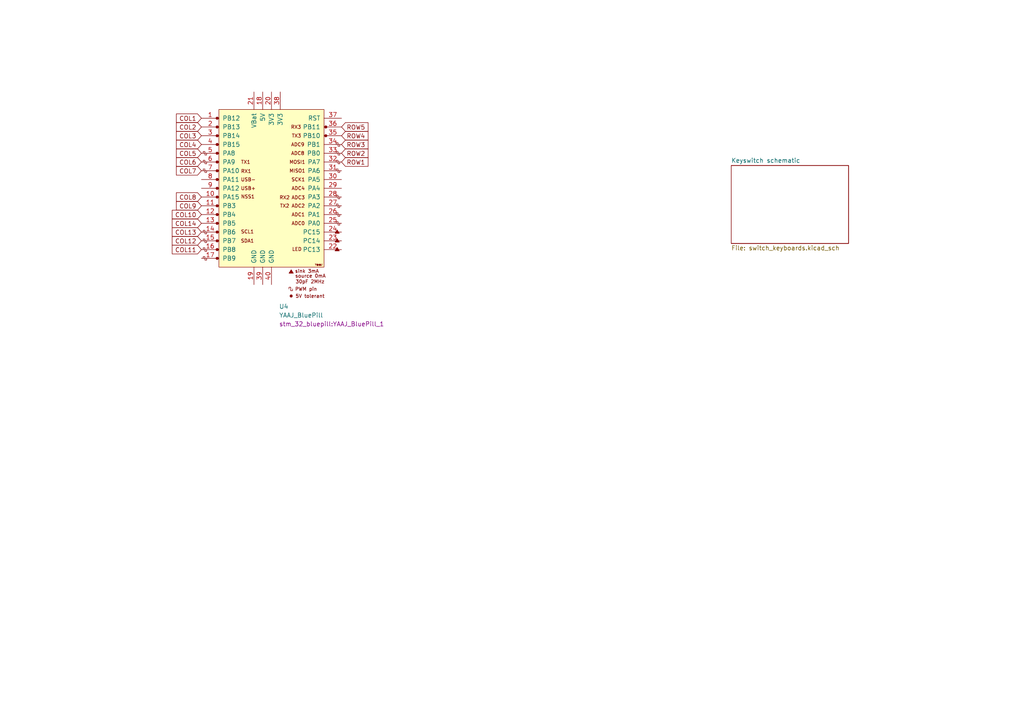
<source format=kicad_sch>
(kicad_sch
	(version 20250114)
	(generator "eeschema")
	(generator_version "9.0")
	(uuid "df62b542-eead-465f-8e64-e54a8ec7732a")
	(paper "A4")
	(lib_symbols
		(symbol "stm_32_bluepill:YAAJ_BluePill"
			(pin_names
				(offset 1.016)
			)
			(exclude_from_sim no)
			(in_bom yes)
			(on_board yes)
			(property "Reference" "U"
				(at -13.97 24.13 0)
				(effects
					(font
						(size 1.27 1.27)
					)
				)
			)
			(property "Value" "YAAJ_BluePill"
				(at 0 6.35 90)
				(effects
					(font
						(size 1.27 1.27)
					)
				)
			)
			(property "Footprint" "stm_32_bluepill:YAAJ_BluePill_1"
				(at -0.762 -39.624 0)
				(effects
					(font
						(size 1.27 1.27)
					)
				)
			)
			(property "Datasheet" ""
				(at -1.905 24.13 90)
				(effects
					(font
						(size 1.27 1.27)
					)
					(hide yes)
				)
			)
			(property "Description" "STM32 Blue Pill ; KLC compliant"
				(at 0 0 0)
				(effects
					(font
						(size 1.27 1.27)
					)
					(hide yes)
				)
			)
			(property "ki_keywords" "module blue pill STM32"
				(at 0 0 0)
				(effects
					(font
						(size 1.27 1.27)
					)
					(hide yes)
				)
			)
			(symbol "YAAJ_BluePill_0_0"
				(circle
					(center -15.748 20.32)
					(radius 0.3556)
					(stroke
						(width 0)
						(type solid)
					)
					(fill
						(type outline)
					)
				)
				(circle
					(center -15.748 15.24)
					(radius 0.3556)
					(stroke
						(width 0)
						(type solid)
					)
					(fill
						(type outline)
					)
				)
				(circle
					(center -15.748 12.7)
					(radius 0.3556)
					(stroke
						(width 0)
						(type solid)
					)
					(fill
						(type outline)
					)
				)
				(circle
					(center -15.748 10.16)
					(radius 0.3556)
					(stroke
						(width 0)
						(type solid)
					)
					(fill
						(type outline)
					)
				)
				(circle
					(center -15.748 7.62)
					(radius 0.3556)
					(stroke
						(width 0)
						(type solid)
					)
					(fill
						(type outline)
					)
				)
				(circle
					(center -15.748 5.08)
					(radius 0.3556)
					(stroke
						(width 0)
						(type solid)
					)
					(fill
						(type outline)
					)
				)
				(circle
					(center -15.748 2.54)
					(radius 0.3556)
					(stroke
						(width 0)
						(type solid)
					)
					(fill
						(type outline)
					)
				)
				(circle
					(center -15.748 0)
					(radius 0.3556)
					(stroke
						(width 0)
						(type solid)
					)
					(fill
						(type outline)
					)
				)
				(circle
					(center -15.748 -2.54)
					(radius 0.3556)
					(stroke
						(width 0)
						(type solid)
					)
					(fill
						(type outline)
					)
				)
				(circle
					(center -15.748 -5.08)
					(radius 0.3556)
					(stroke
						(width 0)
						(type solid)
					)
					(fill
						(type outline)
					)
				)
				(circle
					(center -15.748 -7.62)
					(radius 0.3556)
					(stroke
						(width 0)
						(type solid)
					)
					(fill
						(type outline)
					)
				)
				(circle
					(center -15.748 -10.16)
					(radius 0.3556)
					(stroke
						(width 0)
						(type solid)
					)
					(fill
						(type outline)
					)
				)
				(circle
					(center -15.748 -12.7)
					(radius 0.3556)
					(stroke
						(width 0)
						(type solid)
					)
					(fill
						(type outline)
					)
				)
				(circle
					(center -15.748 -15.24)
					(radius 0.3556)
					(stroke
						(width 0)
						(type solid)
					)
					(fill
						(type outline)
					)
				)
				(circle
					(center -15.748 -17.78)
					(radius 0.3556)
					(stroke
						(width 0)
						(type solid)
					)
					(fill
						(type outline)
					)
				)
				(circle
					(center -15.748 -20.32)
					(radius 0.3556)
					(stroke
						(width 0)
						(type solid)
					)
					(fill
						(type outline)
					)
				)
				(polyline
					(pts
						(xy 5.08 -24.638) (xy 5.715 -23.622) (xy 6.35 -24.638) (xy 5.08 -24.638) (xy 5.715 -23.749) (xy 6.223 -24.638)
						(xy 5.207 -24.511) (xy 5.715 -23.876) (xy 6.096 -24.638) (xy 5.334 -24.384) (xy 5.842 -24.003)
						(xy 5.969 -24.638) (xy 5.461 -24.257) (xy 5.969 -24.13) (xy 5.842 -24.511) (xy 5.588 -24.257)
						(xy 5.842 -24.384) (xy 5.715 -24.13)
					)
					(stroke
						(width 0)
						(type solid)
					)
					(fill
						(type none)
					)
				)
				(circle
					(center 5.715 -31.242)
					(radius 0.127)
					(stroke
						(width 0)
						(type solid)
					)
					(fill
						(type outline)
					)
				)
				(circle
					(center 5.715 -31.242)
					(radius 0.254)
					(stroke
						(width 0)
						(type solid)
					)
					(fill
						(type none)
					)
				)
				(circle
					(center 5.715 -31.242)
					(radius 0.3556)
					(stroke
						(width 0)
						(type solid)
					)
					(fill
						(type none)
					)
				)
				(circle
					(center 15.748 17.78)
					(radius 0.254)
					(stroke
						(width 0)
						(type solid)
					)
					(fill
						(type outline)
					)
				)
				(circle
					(center 15.748 17.78)
					(radius 0.3556)
					(stroke
						(width 0)
						(type solid)
					)
					(fill
						(type none)
					)
				)
				(circle
					(center 15.748 15.24)
					(radius 0.254)
					(stroke
						(width 0)
						(type solid)
					)
					(fill
						(type outline)
					)
				)
				(circle
					(center 15.748 15.24)
					(radius 0.3556)
					(stroke
						(width 0)
						(type solid)
					)
					(fill
						(type none)
					)
				)
				(polyline
					(pts
						(xy 18.415 -13.081) (xy 19.05 -12.065) (xy 19.685 -13.081) (xy 18.415 -13.081) (xy 19.05 -12.192)
						(xy 19.558 -13.081) (xy 18.542 -12.954) (xy 19.05 -12.319) (xy 19.431 -13.081) (xy 18.669 -12.827)
						(xy 19.177 -12.446) (xy 19.304 -13.081) (xy 18.796 -12.7) (xy 19.304 -12.573) (xy 19.177 -12.954)
						(xy 18.923 -12.7) (xy 19.177 -12.827) (xy 19.05 -12.573)
					)
					(stroke
						(width 0)
						(type solid)
					)
					(fill
						(type none)
					)
				)
				(polyline
					(pts
						(xy 18.415 -15.621) (xy 19.05 -14.605) (xy 19.685 -15.621) (xy 18.415 -15.621) (xy 19.05 -14.732)
						(xy 19.558 -15.621) (xy 18.542 -15.494) (xy 19.05 -14.859) (xy 19.431 -15.621) (xy 18.669 -15.367)
						(xy 19.177 -14.986) (xy 19.304 -15.621) (xy 18.796 -15.24) (xy 19.304 -15.113) (xy 19.177 -15.494)
						(xy 18.923 -15.24) (xy 19.177 -15.367) (xy 19.05 -15.113)
					)
					(stroke
						(width 0)
						(type solid)
					)
					(fill
						(type none)
					)
				)
				(polyline
					(pts
						(xy 18.415 -18.161) (xy 19.05 -17.145) (xy 19.685 -18.161) (xy 18.415 -18.161) (xy 19.05 -17.272)
						(xy 19.558 -18.161) (xy 18.542 -18.034) (xy 19.05 -17.399) (xy 19.431 -18.161) (xy 18.669 -17.907)
						(xy 19.177 -17.526) (xy 19.304 -18.161) (xy 18.796 -17.78) (xy 19.304 -17.653) (xy 19.177 -18.034)
						(xy 18.923 -17.78) (xy 19.177 -17.907) (xy 19.05 -17.653)
					)
					(stroke
						(width 0)
						(type solid)
					)
					(fill
						(type none)
					)
				)
				(text "TX1"
					(at -7.493 7.62 0)
					(effects
						(font
							(size 0.9906 0.9906)
						)
					)
				)
				(text "RX1"
					(at -7.366 4.953 0)
					(effects
						(font
							(size 0.9906 0.9906)
						)
					)
				)
				(text "SCL1"
					(at -6.985 -12.573 0)
					(effects
						(font
							(size 0.9906 0.9906)
						)
					)
				)
				(text "SDA1"
					(at -6.985 -15.24 0)
					(effects
						(font
							(size 0.9906 0.9906)
						)
					)
				)
				(text "NSS1"
					(at -6.858 -2.413 0)
					(effects
						(font
							(size 0.9906 0.9906)
						)
					)
				)
				(text "USB-"
					(at -6.731 2.54 0)
					(effects
						(font
							(size 0.9906 0.9906)
						)
					)
				)
				(text "USB+"
					(at -6.731 0 0)
					(effects
						(font
							(size 0.9906 0.9906)
						)
					)
				)
				(text "RX2"
					(at 3.81 -2.667 0)
					(effects
						(font
							(size 0.9906 0.9906)
						)
					)
				)
				(text "TX2"
					(at 3.81 -5.08 0)
					(effects
						(font
							(size 0.9906 0.9906)
						)
					)
				)
				(text "RX3"
					(at 7.112 17.78 0)
					(effects
						(font
							(size 0.9906 0.9906)
						)
					)
				)
				(text "TX3"
					(at 7.239 15.24 0)
					(effects
						(font
							(size 0.9906 0.9906)
						)
					)
				)
				(text "LED"
					(at 7.366 -17.653 0)
					(effects
						(font
							(size 0.9906 0.9906)
						)
					)
				)
				(text "MOSI1"
					(at 7.493 7.62 0)
					(effects
						(font
							(size 0.9906 0.9906)
						)
					)
				)
				(text "MISO1"
					(at 7.493 5.08 0)
					(effects
						(font
							(size 0.9906 0.9906)
						)
					)
				)
				(text "ADC9"
					(at 7.62 12.7 0)
					(effects
						(font
							(size 0.9906 0.9906)
						)
					)
				)
				(text "ADC8"
					(at 7.62 10.16 0)
					(effects
						(font
							(size 0.9906 0.9906)
						)
					)
				)
				(text "SCK1"
					(at 7.747 2.54 0)
					(effects
						(font
							(size 0.9906 0.9906)
						)
					)
				)
				(text "ADC4"
					(at 7.747 0 0)
					(effects
						(font
							(size 0.9906 0.9906)
						)
					)
				)
				(text "ADC3"
					(at 7.747 -2.667 0)
					(effects
						(font
							(size 0.9906 0.9906)
						)
					)
				)
				(text "ADC2"
					(at 7.747 -5.08 0)
					(effects
						(font
							(size 0.9906 0.9906)
						)
					)
				)
				(text "ADC1"
					(at 7.747 -7.62 0)
					(effects
						(font
							(size 0.9906 0.9906)
						)
					)
				)
				(text "ADC0"
					(at 7.747 -10.16 0)
					(effects
						(font
							(size 0.9906 0.9906)
						)
					)
				)
				(text "PWM pin"
					(at 10.033 -29.21 0)
					(effects
						(font
							(size 0.9906 0.9906)
						)
					)
				)
				(text "sink 3mA"
					(at 10.287 -24.003 0)
					(effects
						(font
							(size 0.9906 0.9906)
						)
					)
				)
				(text "30pF 2MHz"
					(at 11.176 -27.051 0)
					(effects
						(font
							(size 0.9906 0.9906)
						)
					)
				)
				(text "5V tolerant"
					(at 11.176 -31.242 0)
					(effects
						(font
							(size 0.9906 0.9906)
						)
					)
				)
				(text "source 0mA"
					(at 11.303 -25.4 0)
					(effects
						(font
							(size 0.9906 0.9906)
						)
					)
				)
				(text "Y@@J"
					(at 13.6906 -22.1488 0)
					(effects
						(font
							(size 0.508 0.508)
						)
					)
				)
			)
			(symbol "YAAJ_BluePill_0_1"
				(polyline
					(pts
						(xy -18.796 10.16) (xy -18.796 9.652) (xy -19.304 9.652) (xy -19.304 10.668) (xy -19.812 10.668)
						(xy -19.812 10.16)
					)
					(stroke
						(width 0)
						(type solid)
					)
					(fill
						(type none)
					)
				)
				(polyline
					(pts
						(xy -18.796 7.62) (xy -18.796 7.112) (xy -19.304 7.112) (xy -19.304 8.128) (xy -19.812 8.128)
						(xy -19.812 7.62)
					)
					(stroke
						(width 0)
						(type solid)
					)
					(fill
						(type none)
					)
				)
				(polyline
					(pts
						(xy -18.796 5.08) (xy -18.796 4.572) (xy -19.304 4.572) (xy -19.304 5.588) (xy -19.812 5.588)
						(xy -19.812 5.08)
					)
					(stroke
						(width 0)
						(type solid)
					)
					(fill
						(type none)
					)
				)
				(polyline
					(pts
						(xy -18.796 -12.7) (xy -18.796 -13.208) (xy -19.304 -13.208) (xy -19.304 -12.192) (xy -19.812 -12.192)
						(xy -19.812 -12.7)
					)
					(stroke
						(width 0)
						(type solid)
					)
					(fill
						(type none)
					)
				)
				(polyline
					(pts
						(xy -18.796 -15.24) (xy -18.796 -15.748) (xy -19.304 -15.748) (xy -19.304 -14.732) (xy -19.812 -14.732)
						(xy -19.812 -15.24)
					)
					(stroke
						(width 0)
						(type solid)
					)
					(fill
						(type none)
					)
				)
				(polyline
					(pts
						(xy -18.796 -17.78) (xy -18.796 -18.288) (xy -19.304 -18.288) (xy -19.304 -17.272) (xy -19.812 -17.272)
						(xy -19.812 -17.78)
					)
					(stroke
						(width 0)
						(type solid)
					)
					(fill
						(type none)
					)
				)
				(polyline
					(pts
						(xy -18.796 -20.32) (xy -18.796 -20.828) (xy -19.304 -20.828) (xy -19.304 -19.812) (xy -19.812 -19.812)
						(xy -19.812 -20.32)
					)
					(stroke
						(width 0)
						(type solid)
					)
					(fill
						(type none)
					)
				)
				(rectangle
					(start -15.24 22.86)
					(end 15.24 -22.86)
					(stroke
						(width 0)
						(type solid)
					)
					(fill
						(type background)
					)
				)
				(polyline
					(pts
						(xy 6.096 -29.21) (xy 6.096 -29.718) (xy 5.588 -29.718) (xy 5.588 -28.702) (xy 5.08 -28.702) (xy 5.08 -29.21)
					)
					(stroke
						(width 0)
						(type solid)
					)
					(fill
						(type none)
					)
				)
				(polyline
					(pts
						(xy 19.812 12.7) (xy 19.812 12.192) (xy 19.304 12.192) (xy 19.304 13.208) (xy 18.796 13.208) (xy 18.796 12.7)
					)
					(stroke
						(width 0)
						(type solid)
					)
					(fill
						(type none)
					)
				)
				(polyline
					(pts
						(xy 19.812 10.16) (xy 19.812 9.652) (xy 19.304 9.652) (xy 19.304 10.668) (xy 18.796 10.668) (xy 18.796 10.16)
					)
					(stroke
						(width 0)
						(type solid)
					)
					(fill
						(type none)
					)
				)
				(polyline
					(pts
						(xy 19.812 7.62) (xy 19.812 7.112) (xy 19.304 7.112) (xy 19.304 8.128) (xy 18.796 8.128) (xy 18.796 7.62)
					)
					(stroke
						(width 0)
						(type solid)
					)
					(fill
						(type none)
					)
				)
				(polyline
					(pts
						(xy 19.812 5.08) (xy 19.812 4.572) (xy 19.304 4.572) (xy 19.304 5.588) (xy 18.796 5.588) (xy 18.796 5.08)
					)
					(stroke
						(width 0)
						(type solid)
					)
					(fill
						(type none)
					)
				)
				(polyline
					(pts
						(xy 19.812 -2.54) (xy 19.812 -3.048) (xy 19.304 -3.048) (xy 19.304 -2.032) (xy 18.796 -2.032)
						(xy 18.796 -2.54)
					)
					(stroke
						(width 0)
						(type solid)
					)
					(fill
						(type none)
					)
				)
				(polyline
					(pts
						(xy 19.812 -5.08) (xy 19.812 -5.588) (xy 19.304 -5.588) (xy 19.304 -4.572) (xy 18.796 -4.572)
						(xy 18.796 -5.08)
					)
					(stroke
						(width 0)
						(type solid)
					)
					(fill
						(type none)
					)
				)
				(polyline
					(pts
						(xy 19.812 -7.62) (xy 19.812 -8.128) (xy 19.304 -8.128) (xy 19.304 -7.112) (xy 18.796 -7.112)
						(xy 18.796 -7.62)
					)
					(stroke
						(width 0)
						(type solid)
					)
					(fill
						(type none)
					)
				)
				(polyline
					(pts
						(xy 19.812 -10.16) (xy 19.812 -10.668) (xy 19.304 -10.668) (xy 19.304 -9.652) (xy 18.796 -9.652)
						(xy 18.796 -10.16)
					)
					(stroke
						(width 0)
						(type solid)
					)
					(fill
						(type none)
					)
				)
			)
			(symbol "YAAJ_BluePill_1_1"
				(circle
					(center -15.748 17.78)
					(radius 0.3556)
					(stroke
						(width 0)
						(type solid)
					)
					(fill
						(type outline)
					)
				)
				(pin bidirectional line
					(at -20.32 20.32 0)
					(length 5.08)
					(name "PB12"
						(effects
							(font
								(size 1.27 1.27)
							)
						)
					)
					(number "1"
						(effects
							(font
								(size 1.27 1.27)
							)
						)
					)
				)
				(pin bidirectional line
					(at -20.32 17.78 0)
					(length 5.08)
					(name "PB13"
						(effects
							(font
								(size 1.27 1.27)
							)
						)
					)
					(number "2"
						(effects
							(font
								(size 1.27 1.27)
							)
						)
					)
				)
				(pin bidirectional line
					(at -20.32 15.24 0)
					(length 5.08)
					(name "PB14"
						(effects
							(font
								(size 1.27 1.27)
							)
						)
					)
					(number "3"
						(effects
							(font
								(size 1.27 1.27)
							)
						)
					)
				)
				(pin bidirectional line
					(at -20.32 12.7 0)
					(length 5.08)
					(name "PB15"
						(effects
							(font
								(size 1.27 1.27)
							)
						)
					)
					(number "4"
						(effects
							(font
								(size 1.27 1.27)
							)
						)
					)
				)
				(pin bidirectional line
					(at -20.32 10.16 0)
					(length 5.08)
					(name "PA8"
						(effects
							(font
								(size 1.27 1.27)
							)
						)
					)
					(number "5"
						(effects
							(font
								(size 1.27 1.27)
							)
						)
					)
				)
				(pin bidirectional line
					(at -20.32 7.62 0)
					(length 5.08)
					(name "PA9"
						(effects
							(font
								(size 1.27 1.27)
							)
						)
					)
					(number "6"
						(effects
							(font
								(size 1.27 1.27)
							)
						)
					)
				)
				(pin bidirectional line
					(at -20.32 5.08 0)
					(length 5.08)
					(name "PA10"
						(effects
							(font
								(size 1.27 1.27)
							)
						)
					)
					(number "7"
						(effects
							(font
								(size 1.27 1.27)
							)
						)
					)
				)
				(pin bidirectional line
					(at -20.32 2.54 0)
					(length 5.08)
					(name "PA11"
						(effects
							(font
								(size 1.27 1.27)
							)
						)
					)
					(number "8"
						(effects
							(font
								(size 1.27 1.27)
							)
						)
					)
				)
				(pin bidirectional line
					(at -20.32 0 0)
					(length 5.08)
					(name "PA12"
						(effects
							(font
								(size 1.27 1.27)
							)
						)
					)
					(number "9"
						(effects
							(font
								(size 1.27 1.27)
							)
						)
					)
				)
				(pin bidirectional line
					(at -20.32 -2.54 0)
					(length 5.08)
					(name "PA15"
						(effects
							(font
								(size 1.27 1.27)
							)
						)
					)
					(number "10"
						(effects
							(font
								(size 1.27 1.27)
							)
						)
					)
				)
				(pin bidirectional line
					(at -20.32 -5.08 0)
					(length 5.08)
					(name "PB3"
						(effects
							(font
								(size 1.27 1.27)
							)
						)
					)
					(number "11"
						(effects
							(font
								(size 1.27 1.27)
							)
						)
					)
				)
				(pin bidirectional line
					(at -20.32 -7.62 0)
					(length 5.08)
					(name "PB4"
						(effects
							(font
								(size 1.27 1.27)
							)
						)
					)
					(number "12"
						(effects
							(font
								(size 1.27 1.27)
							)
						)
					)
				)
				(pin bidirectional line
					(at -20.32 -10.16 0)
					(length 5.08)
					(name "PB5"
						(effects
							(font
								(size 1.27 1.27)
							)
						)
					)
					(number "13"
						(effects
							(font
								(size 1.27 1.27)
							)
						)
					)
				)
				(pin bidirectional line
					(at -20.32 -12.7 0)
					(length 5.08)
					(name "PB6"
						(effects
							(font
								(size 1.27 1.27)
							)
						)
					)
					(number "14"
						(effects
							(font
								(size 1.27 1.27)
							)
						)
					)
				)
				(pin bidirectional line
					(at -20.32 -15.24 0)
					(length 5.08)
					(name "PB7"
						(effects
							(font
								(size 1.27 1.27)
							)
						)
					)
					(number "15"
						(effects
							(font
								(size 1.27 1.27)
							)
						)
					)
				)
				(pin bidirectional line
					(at -20.32 -17.78 0)
					(length 5.08)
					(name "PB8"
						(effects
							(font
								(size 1.27 1.27)
							)
						)
					)
					(number "16"
						(effects
							(font
								(size 1.27 1.27)
							)
						)
					)
				)
				(pin bidirectional line
					(at -20.32 -20.32 0)
					(length 5.08)
					(name "PB9"
						(effects
							(font
								(size 1.27 1.27)
							)
						)
					)
					(number "17"
						(effects
							(font
								(size 1.27 1.27)
							)
						)
					)
				)
				(pin power_in line
					(at -5.08 27.94 270)
					(length 5.08)
					(name "VBat"
						(effects
							(font
								(size 1.27 1.27)
							)
						)
					)
					(number "21"
						(effects
							(font
								(size 1.27 1.27)
							)
						)
					)
				)
				(pin power_in line
					(at -5.08 -27.94 90)
					(length 5.08)
					(name "GND"
						(effects
							(font
								(size 1.27 1.27)
							)
						)
					)
					(number "19"
						(effects
							(font
								(size 1.27 1.27)
							)
						)
					)
				)
				(pin power_in line
					(at -2.54 27.94 270)
					(length 5.08)
					(name "5V"
						(effects
							(font
								(size 1.27 1.27)
							)
						)
					)
					(number "18"
						(effects
							(font
								(size 1.27 1.27)
							)
						)
					)
				)
				(pin power_in line
					(at -2.54 -27.94 90)
					(length 5.08)
					(name "GND"
						(effects
							(font
								(size 1.27 1.27)
							)
						)
					)
					(number "39"
						(effects
							(font
								(size 1.27 1.27)
							)
						)
					)
				)
				(pin power_in line
					(at 0 27.94 270)
					(length 5.08)
					(name "3V3"
						(effects
							(font
								(size 1.27 1.27)
							)
						)
					)
					(number "20"
						(effects
							(font
								(size 1.27 1.27)
							)
						)
					)
				)
				(pin power_in line
					(at 0 -27.94 90)
					(length 5.08)
					(name "GND"
						(effects
							(font
								(size 1.27 1.27)
							)
						)
					)
					(number "40"
						(effects
							(font
								(size 1.27 1.27)
							)
						)
					)
				)
				(pin power_in line
					(at 2.54 27.94 270)
					(length 5.08)
					(name "3V3"
						(effects
							(font
								(size 1.27 1.27)
							)
						)
					)
					(number "38"
						(effects
							(font
								(size 1.27 1.27)
							)
						)
					)
				)
				(pin input line
					(at 20.32 20.32 180)
					(length 5.08)
					(name "RST"
						(effects
							(font
								(size 1.27 1.27)
							)
						)
					)
					(number "37"
						(effects
							(font
								(size 1.27 1.27)
							)
						)
					)
				)
				(pin bidirectional line
					(at 20.32 17.78 180)
					(length 5.08)
					(name "PB11"
						(effects
							(font
								(size 1.27 1.27)
							)
						)
					)
					(number "36"
						(effects
							(font
								(size 1.27 1.27)
							)
						)
					)
				)
				(pin bidirectional line
					(at 20.32 15.24 180)
					(length 5.08)
					(name "PB10"
						(effects
							(font
								(size 1.27 1.27)
							)
						)
					)
					(number "35"
						(effects
							(font
								(size 1.27 1.27)
							)
						)
					)
				)
				(pin bidirectional line
					(at 20.32 12.7 180)
					(length 5.08)
					(name "PB1"
						(effects
							(font
								(size 1.27 1.27)
							)
						)
					)
					(number "34"
						(effects
							(font
								(size 1.27 1.27)
							)
						)
					)
				)
				(pin bidirectional line
					(at 20.32 10.16 180)
					(length 5.08)
					(name "PB0"
						(effects
							(font
								(size 1.27 1.27)
							)
						)
					)
					(number "33"
						(effects
							(font
								(size 1.27 1.27)
							)
						)
					)
				)
				(pin bidirectional line
					(at 20.32 7.62 180)
					(length 5.08)
					(name "PA7"
						(effects
							(font
								(size 1.27 1.27)
							)
						)
					)
					(number "32"
						(effects
							(font
								(size 1.27 1.27)
							)
						)
					)
				)
				(pin bidirectional line
					(at 20.32 5.08 180)
					(length 5.08)
					(name "PA6"
						(effects
							(font
								(size 1.27 1.27)
							)
						)
					)
					(number "31"
						(effects
							(font
								(size 1.27 1.27)
							)
						)
					)
				)
				(pin bidirectional line
					(at 20.32 2.54 180)
					(length 5.08)
					(name "PA5"
						(effects
							(font
								(size 1.27 1.27)
							)
						)
					)
					(number "30"
						(effects
							(font
								(size 1.27 1.27)
							)
						)
					)
				)
				(pin bidirectional line
					(at 20.32 0 180)
					(length 5.08)
					(name "PA4"
						(effects
							(font
								(size 1.27 1.27)
							)
						)
					)
					(number "29"
						(effects
							(font
								(size 1.27 1.27)
							)
						)
					)
				)
				(pin bidirectional line
					(at 20.32 -2.54 180)
					(length 5.08)
					(name "PA3"
						(effects
							(font
								(size 1.27 1.27)
							)
						)
					)
					(number "28"
						(effects
							(font
								(size 1.27 1.27)
							)
						)
					)
				)
				(pin bidirectional line
					(at 20.32 -5.08 180)
					(length 5.08)
					(name "PA2"
						(effects
							(font
								(size 1.27 1.27)
							)
						)
					)
					(number "27"
						(effects
							(font
								(size 1.27 1.27)
							)
						)
					)
				)
				(pin bidirectional line
					(at 20.32 -7.62 180)
					(length 5.08)
					(name "PA1"
						(effects
							(font
								(size 1.27 1.27)
							)
						)
					)
					(number "26"
						(effects
							(font
								(size 1.27 1.27)
							)
						)
					)
				)
				(pin bidirectional line
					(at 20.32 -10.16 180)
					(length 5.08)
					(name "PA0"
						(effects
							(font
								(size 1.27 1.27)
							)
						)
					)
					(number "25"
						(effects
							(font
								(size 1.27 1.27)
							)
						)
					)
				)
				(pin bidirectional line
					(at 20.32 -12.7 180)
					(length 5.08)
					(name "PC15"
						(effects
							(font
								(size 1.27 1.27)
							)
						)
					)
					(number "24"
						(effects
							(font
								(size 1.27 1.27)
							)
						)
					)
				)
				(pin bidirectional line
					(at 20.32 -15.24 180)
					(length 5.08)
					(name "PC14"
						(effects
							(font
								(size 1.27 1.27)
							)
						)
					)
					(number "23"
						(effects
							(font
								(size 1.27 1.27)
							)
						)
					)
				)
				(pin bidirectional line
					(at 20.32 -17.78 180)
					(length 5.08)
					(name "PC13"
						(effects
							(font
								(size 1.27 1.27)
							)
						)
					)
					(number "22"
						(effects
							(font
								(size 1.27 1.27)
							)
						)
					)
				)
			)
			(embedded_fonts no)
		)
	)
	(global_label "COL6"
		(shape input)
		(at 58.42 46.99 180)
		(fields_autoplaced yes)
		(effects
			(font
				(size 1.27 1.27)
			)
			(justify right)
		)
		(uuid "1074deca-1743-4b2c-a016-3ae2d6be3194")
		(property "Intersheetrefs" "${INTERSHEET_REFS}"
			(at 50.5967 46.99 0)
			(effects
				(font
					(size 1.27 1.27)
				)
				(justify right)
				(hide yes)
			)
		)
	)
	(global_label "COL3"
		(shape input)
		(at 58.42 39.37 180)
		(fields_autoplaced yes)
		(effects
			(font
				(size 1.27 1.27)
			)
			(justify right)
		)
		(uuid "14559510-ccf3-4560-9c38-1ebf411fd04e")
		(property "Intersheetrefs" "${INTERSHEET_REFS}"
			(at 50.5967 39.37 0)
			(effects
				(font
					(size 1.27 1.27)
				)
				(justify right)
				(hide yes)
			)
		)
	)
	(global_label "COL4"
		(shape input)
		(at 58.42 41.91 180)
		(fields_autoplaced yes)
		(effects
			(font
				(size 1.27 1.27)
			)
			(justify right)
		)
		(uuid "30b75ae7-730e-42d8-975b-41664586c6d4")
		(property "Intersheetrefs" "${INTERSHEET_REFS}"
			(at 50.5967 41.91 0)
			(effects
				(font
					(size 1.27 1.27)
				)
				(justify right)
				(hide yes)
			)
		)
	)
	(global_label "ROW5"
		(shape input)
		(at 99.06 36.83 0)
		(fields_autoplaced yes)
		(effects
			(font
				(size 1.27 1.27)
			)
			(justify left)
		)
		(uuid "49a02550-5203-4876-959f-145da2bd502a")
		(property "Intersheetrefs" "${INTERSHEET_REFS}"
			(at 107.3066 36.83 0)
			(effects
				(font
					(size 1.27 1.27)
				)
				(justify left)
				(hide yes)
			)
		)
	)
	(global_label "COL8"
		(shape input)
		(at 58.42 57.15 180)
		(fields_autoplaced yes)
		(effects
			(font
				(size 1.27 1.27)
			)
			(justify right)
		)
		(uuid "50c871b1-85ec-40bc-a62f-c21e35c2904a")
		(property "Intersheetrefs" "${INTERSHEET_REFS}"
			(at 50.5967 57.15 0)
			(effects
				(font
					(size 1.27 1.27)
				)
				(justify right)
				(hide yes)
			)
		)
	)
	(global_label "COL2"
		(shape input)
		(at 58.42 36.83 180)
		(fields_autoplaced yes)
		(effects
			(font
				(size 1.27 1.27)
			)
			(justify right)
		)
		(uuid "5428841b-8ec2-425b-904b-4258af23ea1a")
		(property "Intersheetrefs" "${INTERSHEET_REFS}"
			(at 50.5967 36.83 0)
			(effects
				(font
					(size 1.27 1.27)
				)
				(justify right)
				(hide yes)
			)
		)
	)
	(global_label "COL5"
		(shape input)
		(at 58.42 44.45 180)
		(fields_autoplaced yes)
		(effects
			(font
				(size 1.27 1.27)
			)
			(justify right)
		)
		(uuid "5bc2e4f8-9255-4597-aa9e-a56343008a26")
		(property "Intersheetrefs" "${INTERSHEET_REFS}"
			(at 50.5967 44.45 0)
			(effects
				(font
					(size 1.27 1.27)
				)
				(justify right)
				(hide yes)
			)
		)
	)
	(global_label "COL11"
		(shape input)
		(at 58.42 72.39 180)
		(fields_autoplaced yes)
		(effects
			(font
				(size 1.27 1.27)
			)
			(justify right)
		)
		(uuid "7fa9f89d-a19b-48d1-84b0-1681168c3aca")
		(property "Intersheetrefs" "${INTERSHEET_REFS}"
			(at 49.3872 72.39 0)
			(effects
				(font
					(size 1.27 1.27)
				)
				(justify right)
				(hide yes)
			)
		)
	)
	(global_label "ROW2"
		(shape input)
		(at 99.06 44.45 0)
		(fields_autoplaced yes)
		(effects
			(font
				(size 1.27 1.27)
			)
			(justify left)
		)
		(uuid "81d200f1-7907-4469-8e8c-c20e56ffa103")
		(property "Intersheetrefs" "${INTERSHEET_REFS}"
			(at 107.3066 44.45 0)
			(effects
				(font
					(size 1.27 1.27)
				)
				(justify left)
				(hide yes)
			)
		)
	)
	(global_label "ROW4"
		(shape input)
		(at 99.06 39.37 0)
		(fields_autoplaced yes)
		(effects
			(font
				(size 1.27 1.27)
			)
			(justify left)
		)
		(uuid "a7a323af-f137-4092-9160-16872d3be4d2")
		(property "Intersheetrefs" "${INTERSHEET_REFS}"
			(at 107.3066 39.37 0)
			(effects
				(font
					(size 1.27 1.27)
				)
				(justify left)
				(hide yes)
			)
		)
	)
	(global_label "COL1"
		(shape input)
		(at 58.42 34.29 180)
		(fields_autoplaced yes)
		(effects
			(font
				(size 1.27 1.27)
			)
			(justify right)
		)
		(uuid "aeea93d2-ba0c-42c6-bb6b-295ba229ad34")
		(property "Intersheetrefs" "${INTERSHEET_REFS}"
			(at 50.5967 34.29 0)
			(effects
				(font
					(size 1.27 1.27)
				)
				(justify right)
				(hide yes)
			)
		)
	)
	(global_label "ROW1"
		(shape input)
		(at 99.06 46.99 0)
		(fields_autoplaced yes)
		(effects
			(font
				(size 1.27 1.27)
			)
			(justify left)
		)
		(uuid "cc1c6174-6d4b-416e-bfdc-8749989d15fc")
		(property "Intersheetrefs" "${INTERSHEET_REFS}"
			(at 107.3066 46.99 0)
			(effects
				(font
					(size 1.27 1.27)
				)
				(justify left)
				(hide yes)
			)
		)
	)
	(global_label "ROW3"
		(shape input)
		(at 99.06 41.91 0)
		(fields_autoplaced yes)
		(effects
			(font
				(size 1.27 1.27)
			)
			(justify left)
		)
		(uuid "ccb05c41-2ae0-4591-9872-106800da250e")
		(property "Intersheetrefs" "${INTERSHEET_REFS}"
			(at 107.3066 41.91 0)
			(effects
				(font
					(size 1.27 1.27)
				)
				(justify left)
				(hide yes)
			)
		)
	)
	(global_label "COL7"
		(shape input)
		(at 58.42 49.53 180)
		(fields_autoplaced yes)
		(effects
			(font
				(size 1.27 1.27)
			)
			(justify right)
		)
		(uuid "d74790b7-d8c2-46ce-88ee-8d2b0618bc0f")
		(property "Intersheetrefs" "${INTERSHEET_REFS}"
			(at 50.5967 49.53 0)
			(effects
				(font
					(size 1.27 1.27)
				)
				(justify right)
				(hide yes)
			)
		)
	)
	(global_label "COL14"
		(shape input)
		(at 58.42 64.77 180)
		(fields_autoplaced yes)
		(effects
			(font
				(size 1.27 1.27)
			)
			(justify right)
		)
		(uuid "d7e87263-d108-45cb-8aea-4e87ac536509")
		(property "Intersheetrefs" "${INTERSHEET_REFS}"
			(at 49.3872 64.77 0)
			(effects
				(font
					(size 1.27 1.27)
				)
				(justify right)
				(hide yes)
			)
		)
	)
	(global_label "COL13"
		(shape input)
		(at 58.42 67.31 180)
		(fields_autoplaced yes)
		(effects
			(font
				(size 1.27 1.27)
			)
			(justify right)
		)
		(uuid "d9f795a4-5897-4183-beb1-c8872be7ee55")
		(property "Intersheetrefs" "${INTERSHEET_REFS}"
			(at 49.3872 67.31 0)
			(effects
				(font
					(size 1.27 1.27)
				)
				(justify right)
				(hide yes)
			)
		)
	)
	(global_label "COL10"
		(shape input)
		(at 58.42 62.23 180)
		(fields_autoplaced yes)
		(effects
			(font
				(size 1.27 1.27)
			)
			(justify right)
		)
		(uuid "dc90c615-7012-4f17-b825-ff4e7317a2aa")
		(property "Intersheetrefs" "${INTERSHEET_REFS}"
			(at 49.3872 62.23 0)
			(effects
				(font
					(size 1.27 1.27)
				)
				(justify right)
				(hide yes)
			)
		)
	)
	(global_label "COL9"
		(shape input)
		(at 58.42 59.69 180)
		(fields_autoplaced yes)
		(effects
			(font
				(size 1.27 1.27)
			)
			(justify right)
		)
		(uuid "ed87b637-c88e-41b5-a19b-0e5c158e731a")
		(property "Intersheetrefs" "${INTERSHEET_REFS}"
			(at 50.5967 59.69 0)
			(effects
				(font
					(size 1.27 1.27)
				)
				(justify right)
				(hide yes)
			)
		)
	)
	(global_label "COL12"
		(shape input)
		(at 58.42 69.85 180)
		(fields_autoplaced yes)
		(effects
			(font
				(size 1.27 1.27)
			)
			(justify right)
		)
		(uuid "f6d4fe72-3de3-417e-a8fb-09e64d85e132")
		(property "Intersheetrefs" "${INTERSHEET_REFS}"
			(at 49.3872 69.85 0)
			(effects
				(font
					(size 1.27 1.27)
				)
				(justify right)
				(hide yes)
			)
		)
	)
	(symbol
		(lib_id "stm_32_bluepill:YAAJ_BluePill")
		(at 78.74 54.61 0)
		(unit 1)
		(exclude_from_sim no)
		(in_bom yes)
		(on_board yes)
		(dnp no)
		(fields_autoplaced yes)
		(uuid "b11f2ca0-40b5-4961-96fa-183d53200540")
		(property "Reference" "U4"
			(at 80.9341 88.9 0)
			(effects
				(font
					(size 1.27 1.27)
				)
				(justify left)
			)
		)
		(property "Value" "YAAJ_BluePill"
			(at 80.9341 91.44 0)
			(effects
				(font
					(size 1.27 1.27)
				)
				(justify left)
			)
		)
		(property "Footprint" "stm_32_bluepill:YAAJ_BluePill_1"
			(at 80.9341 93.98 0)
			(effects
				(font
					(size 1.27 1.27)
				)
				(justify left)
			)
		)
		(property "Datasheet" ""
			(at 76.835 30.48 90)
			(effects
				(font
					(size 1.27 1.27)
				)
				(hide yes)
			)
		)
		(property "Description" "STM32 Blue Pill ; KLC compliant"
			(at 78.74 54.61 0)
			(effects
				(font
					(size 1.27 1.27)
				)
				(hide yes)
			)
		)
		(pin "6"
			(uuid "d0ef1b09-453c-47ad-9c3c-d7ebb2b5920a")
		)
		(pin "1"
			(uuid "b8658ec1-9e92-4ca4-942f-bb99ff7e9354")
		)
		(pin "9"
			(uuid "b5adfe30-bb30-4911-b915-8cfc0dc31bb5")
		)
		(pin "28"
			(uuid "437cba68-2760-45df-a296-7fae70856d7a")
		)
		(pin "19"
			(uuid "00960316-315d-4d36-b328-e9b61189c662")
		)
		(pin "38"
			(uuid "81fc43d4-523f-485f-89ad-4a8844508f60")
		)
		(pin "14"
			(uuid "3089d90f-6dd4-4589-b91b-4c060da9bfe6")
		)
		(pin "35"
			(uuid "fbab0bfa-bd40-4840-9bbb-31c95e73328a")
		)
		(pin "16"
			(uuid "d770a035-af3b-42f0-b2b4-2f4781a954a5")
		)
		(pin "2"
			(uuid "71c855a7-58c3-44a9-bd60-43c5b50017fc")
		)
		(pin "22"
			(uuid "e11da583-4d82-4054-8f1f-2168230d6789")
		)
		(pin "30"
			(uuid "e22b48d0-53da-4c51-83b5-4bf2be85ac46")
		)
		(pin "26"
			(uuid "148fd0bf-d045-414d-b0d8-c90e77816e05")
		)
		(pin "10"
			(uuid "f203caba-f01b-4667-b7ec-55273dccef40")
		)
		(pin "15"
			(uuid "6c8cae0a-cda8-435f-a932-b995f28c543b")
		)
		(pin "34"
			(uuid "2eebcdcb-875a-4a85-a134-597903830e67")
		)
		(pin "20"
			(uuid "4e7ba5c3-197f-4632-b76c-694fb3c86fc7")
		)
		(pin "24"
			(uuid "ef684a02-131f-4e97-9c32-1ad45aa2e0ef")
		)
		(pin "3"
			(uuid "8c657ab9-1e52-42bb-8b1f-df863a169c01")
		)
		(pin "31"
			(uuid "1e09b522-47e5-43f8-81f7-f7ead049c703")
		)
		(pin "32"
			(uuid "06073a6e-c25f-4581-afe9-f5bbc4105982")
		)
		(pin "37"
			(uuid "fb319f16-c527-4ca7-b2b6-464b10d6561d")
		)
		(pin "33"
			(uuid "adcc40db-6313-4454-8e09-6e85bf16c5ac")
		)
		(pin "27"
			(uuid "f8ae6b41-17eb-4ffb-a44f-e50b6439303b")
		)
		(pin "5"
			(uuid "cfff3777-7c8f-4b9a-8b34-d5c7b33ef424")
		)
		(pin "7"
			(uuid "6e211e23-215f-410a-be18-1d0f72b18245")
		)
		(pin "29"
			(uuid "90627801-221f-44c2-90ed-086ff8f39401")
		)
		(pin "21"
			(uuid "3bde1d5b-8f51-495f-94ee-1d4606ad62bd")
		)
		(pin "11"
			(uuid "f9be1543-cecc-4016-a6b0-f84a61bb9f73")
		)
		(pin "12"
			(uuid "c1ffff49-3a10-4d67-87f4-62726f96b99a")
		)
		(pin "36"
			(uuid "25e4172d-f5f2-4485-9fe5-c9fc3624bde3")
		)
		(pin "25"
			(uuid "904caad7-d75e-442e-b254-3c4215be4829")
		)
		(pin "23"
			(uuid "e56f8ad7-2a7e-432a-8abf-a1c132335158")
		)
		(pin "18"
			(uuid "ca4114f8-623a-4161-acf0-a048c35678c1")
		)
		(pin "39"
			(uuid "f68c521e-65fc-4db3-84ee-23c85e4131e3")
		)
		(pin "13"
			(uuid "5a7b7c88-c30a-4c15-9f8b-96643f9e5b70")
		)
		(pin "17"
			(uuid "f3640048-498a-4fd4-a1ae-ddd1dd3959ab")
		)
		(pin "4"
			(uuid "643c486b-0e91-4153-8a42-31d228eacf5a")
		)
		(pin "40"
			(uuid "7b89dd90-95e2-4c94-a339-6d6849b78323")
		)
		(pin "8"
			(uuid "6e0816be-55a0-4a93-9ba5-895fd8e706ad")
		)
		(instances
			(project ""
				(path "/df62b542-eead-465f-8e64-e54a8ec7732a"
					(reference "U4")
					(unit 1)
				)
			)
		)
	)
	(sheet
		(at 212.09 48.006)
		(size 34.036 22.606)
		(exclude_from_sim no)
		(in_bom yes)
		(on_board yes)
		(dnp no)
		(fields_autoplaced yes)
		(stroke
			(width 0.1524)
			(type solid)
		)
		(fill
			(color 0 0 0 0.0000)
		)
		(uuid "59b03a7f-c0fa-40bf-8b51-f99f5dbd89a3")
		(property "Sheetname" "Keyswitch schematic"
			(at 212.09 47.2944 0)
			(effects
				(font
					(size 1.27 1.27)
				)
				(justify left bottom)
			)
		)
		(property "Sheetfile" "switch_keyboards.kicad_sch"
			(at 212.09 71.1966 0)
			(effects
				(font
					(size 1.27 1.27)
				)
				(justify left top)
			)
		)
		(instances
			(project "keyboardpls"
				(path "/df62b542-eead-465f-8e64-e54a8ec7732a"
					(page "2")
				)
			)
		)
	)
	(sheet_instances
		(path "/"
			(page "1")
		)
	)
	(embedded_fonts no)
)

</source>
